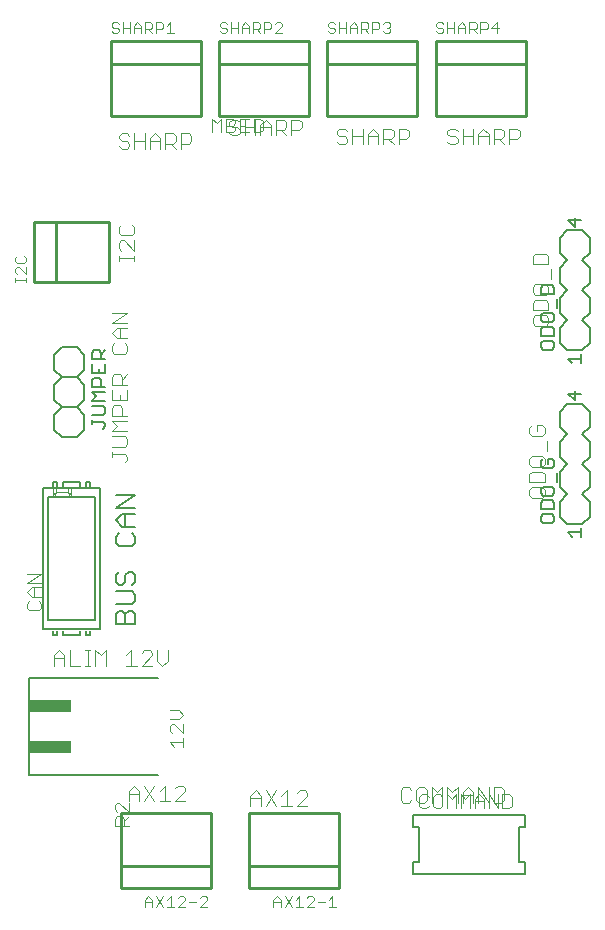
<source format=gto>
G75*
%MOIN*%
%OFA0B0*%
%FSLAX24Y24*%
%IPPOS*%
%LPD*%
%AMOC8*
5,1,8,0,0,1.08239X$1,22.5*
%
%ADD10C,0.0060*%
%ADD11C,0.0040*%
%ADD12C,0.0080*%
%ADD13C,0.0100*%
%ADD14C,0.0050*%
%ADD15R,0.1447X0.0413*%
D10*
X003612Y011041D02*
X003612Y011361D01*
X003719Y011468D01*
X003826Y011468D01*
X003933Y011361D01*
X003933Y011041D01*
X004253Y011041D02*
X004253Y011361D01*
X004146Y011468D01*
X004039Y011468D01*
X003933Y011361D01*
X004146Y011685D02*
X004253Y011792D01*
X004253Y012006D01*
X004146Y012112D01*
X003612Y012112D01*
X003719Y012330D02*
X003612Y012437D01*
X003612Y012650D01*
X003719Y012757D01*
X003933Y012650D02*
X003933Y012437D01*
X003826Y012330D01*
X003719Y012330D01*
X003933Y012650D02*
X004039Y012757D01*
X004146Y012757D01*
X004253Y012650D01*
X004253Y012437D01*
X004146Y012330D01*
X004146Y011685D02*
X003612Y011685D01*
X003612Y011041D02*
X004253Y011041D01*
X004146Y013619D02*
X003719Y013619D01*
X003612Y013726D01*
X003612Y013939D01*
X003719Y014046D01*
X003826Y014264D02*
X003612Y014477D01*
X003826Y014691D01*
X004253Y014691D01*
X004253Y014908D02*
X003612Y014908D01*
X004253Y015335D01*
X003612Y015335D01*
X003933Y014691D02*
X003933Y014264D01*
X003826Y014264D02*
X004253Y014264D01*
X004146Y014046D02*
X004253Y013939D01*
X004253Y013726D01*
X004146Y013619D01*
X002316Y017247D02*
X001816Y017247D01*
X001566Y017497D01*
X001566Y017997D01*
X001816Y018247D01*
X001566Y018497D01*
X001566Y018997D01*
X001816Y019247D01*
X001566Y019497D01*
X001566Y019997D01*
X001816Y020247D01*
X002316Y020247D01*
X002566Y019997D01*
X002566Y019497D01*
X002316Y019247D01*
X002566Y018997D01*
X002566Y018497D01*
X002316Y018247D01*
X002566Y017997D01*
X002566Y017497D01*
X002316Y017247D01*
X002316Y018247D02*
X001816Y018247D01*
X001816Y019247D02*
X002316Y019247D01*
X018409Y018107D02*
X018409Y017607D01*
X018659Y017357D01*
X018409Y017107D01*
X018409Y016607D01*
X018659Y016357D01*
X018409Y016107D01*
X018409Y015607D01*
X018659Y015357D01*
X018409Y015107D01*
X018409Y014607D01*
X018659Y014357D01*
X019159Y014357D01*
X019409Y014607D01*
X019409Y015107D01*
X019159Y015357D01*
X019409Y015607D01*
X019409Y016107D01*
X019159Y016357D01*
X019409Y016607D01*
X019409Y017107D01*
X019159Y017357D01*
X019409Y017607D01*
X019409Y018107D01*
X019159Y018357D01*
X018659Y018357D01*
X018409Y018107D01*
X018659Y020145D02*
X018409Y020395D01*
X018409Y020895D01*
X018659Y021145D01*
X018409Y021395D01*
X018409Y021895D01*
X018659Y022145D01*
X018409Y022395D01*
X018409Y022895D01*
X018659Y023145D01*
X018409Y023395D01*
X018409Y023895D01*
X018659Y024145D01*
X019159Y024145D01*
X019409Y023895D01*
X019409Y023395D01*
X019159Y023145D01*
X019409Y022895D01*
X019409Y022395D01*
X019159Y022145D01*
X019409Y021895D01*
X019409Y021395D01*
X019159Y021145D01*
X019409Y020895D01*
X019409Y020395D01*
X019159Y020145D01*
X018659Y020145D01*
D11*
X003578Y004537D02*
X003578Y004307D01*
X004039Y004307D01*
X003885Y004307D02*
X003885Y004537D01*
X003808Y004614D01*
X003655Y004614D01*
X003578Y004537D01*
X003655Y004767D02*
X003578Y004844D01*
X003578Y004997D01*
X003655Y005074D01*
X003732Y005074D01*
X004039Y004767D01*
X004039Y005074D01*
X004039Y005114D02*
X004039Y005460D01*
X004213Y005634D01*
X004386Y005460D01*
X004386Y005114D01*
X004555Y005114D02*
X004902Y005634D01*
X005070Y005460D02*
X005244Y005634D01*
X005244Y005114D01*
X005417Y005114D02*
X005070Y005114D01*
X004902Y005114D02*
X004555Y005634D01*
X004386Y005374D02*
X004039Y005374D01*
X004039Y004614D02*
X003885Y004460D01*
X004701Y001944D02*
X004821Y001824D01*
X004821Y001584D01*
X004950Y001584D02*
X005190Y001944D01*
X005318Y001824D02*
X005438Y001944D01*
X005438Y001584D01*
X005318Y001584D02*
X005558Y001584D01*
X005686Y001584D02*
X005926Y001824D01*
X005926Y001884D01*
X005866Y001944D01*
X005746Y001944D01*
X005686Y001884D01*
X005686Y001584D02*
X005926Y001584D01*
X006054Y001764D02*
X006295Y001764D01*
X006423Y001884D02*
X006483Y001944D01*
X006603Y001944D01*
X006663Y001884D01*
X006663Y001824D01*
X006423Y001584D01*
X006663Y001584D01*
X005190Y001584D02*
X004950Y001944D01*
X004821Y001764D02*
X004581Y001764D01*
X004581Y001824D02*
X004701Y001944D01*
X004581Y001824D02*
X004581Y001584D01*
X005586Y005114D02*
X005933Y005460D01*
X005933Y005547D01*
X005846Y005634D01*
X005673Y005634D01*
X005586Y005547D01*
X005586Y005114D02*
X005933Y005114D01*
X005869Y006929D02*
X005869Y007236D01*
X005869Y007083D02*
X005409Y007083D01*
X005562Y006929D01*
X005486Y007390D02*
X005409Y007466D01*
X005409Y007620D01*
X005486Y007697D01*
X005562Y007697D01*
X005869Y007390D01*
X005869Y007697D01*
X005716Y007850D02*
X005869Y008003D01*
X005716Y008157D01*
X005409Y008157D01*
X005409Y007850D02*
X005716Y007850D01*
X005166Y009633D02*
X005339Y009807D01*
X005339Y010154D01*
X004993Y010154D02*
X004993Y009807D01*
X005166Y009633D01*
X004824Y009633D02*
X004477Y009633D01*
X004824Y009980D01*
X004824Y010067D01*
X004737Y010154D01*
X004564Y010154D01*
X004477Y010067D01*
X004135Y010154D02*
X004135Y009633D01*
X004308Y009633D02*
X003961Y009633D01*
X003961Y009980D02*
X004135Y010154D01*
X003277Y010154D02*
X003277Y009633D01*
X003103Y009980D02*
X003277Y010154D01*
X003103Y009980D02*
X002930Y010154D01*
X002930Y009633D01*
X002760Y009633D02*
X002586Y009633D01*
X002673Y009633D02*
X002673Y010154D01*
X002586Y010154D02*
X002760Y010154D01*
X002418Y009633D02*
X002071Y009633D01*
X002071Y010154D01*
X001902Y009980D02*
X001902Y009633D01*
X001902Y009893D02*
X001555Y009893D01*
X001555Y009980D02*
X001728Y010154D01*
X001902Y009980D01*
X001555Y009980D02*
X001555Y009633D01*
X001037Y011478D02*
X000730Y011478D01*
X000653Y011554D01*
X000653Y011708D01*
X000730Y011785D01*
X000806Y011938D02*
X000653Y012092D01*
X000806Y012245D01*
X001113Y012245D01*
X001113Y012398D02*
X000653Y012398D01*
X001113Y012705D01*
X000653Y012705D01*
X000883Y012245D02*
X000883Y011938D01*
X000806Y011938D02*
X001113Y011938D01*
X001037Y011785D02*
X001113Y011708D01*
X001113Y011554D01*
X001037Y011478D01*
X001503Y015294D02*
X001503Y015412D01*
X001622Y015294D01*
X001582Y015373D02*
X001622Y015412D01*
X002015Y015412D01*
X002055Y015373D01*
X002015Y015412D02*
X002015Y015531D01*
X002133Y015531D02*
X002133Y015412D01*
X002015Y015294D01*
X002133Y015294D02*
X002133Y015412D01*
X001622Y015412D02*
X001622Y015531D01*
X001503Y015531D02*
X001503Y015412D01*
X003479Y016594D02*
X003479Y016768D01*
X003479Y016681D02*
X003912Y016681D01*
X003999Y016594D01*
X003999Y016507D01*
X003912Y016421D01*
X003912Y016936D02*
X003999Y017023D01*
X003999Y017196D01*
X003912Y017283D01*
X003479Y017283D01*
X003479Y017452D02*
X003652Y017625D01*
X003479Y017799D01*
X003999Y017799D01*
X003999Y017968D02*
X003479Y017968D01*
X003479Y018228D01*
X003565Y018314D01*
X003739Y018314D01*
X003826Y018228D01*
X003826Y017968D01*
X003739Y018483D02*
X003739Y018657D01*
X003999Y018483D02*
X003999Y018830D01*
X003999Y018999D02*
X003479Y018999D01*
X003479Y019259D01*
X003565Y019346D01*
X003739Y019346D01*
X003826Y019259D01*
X003826Y018999D01*
X003826Y019172D02*
X003999Y019346D01*
X003912Y020030D02*
X003565Y020030D01*
X003479Y020117D01*
X003479Y020290D01*
X003565Y020377D01*
X003652Y020546D02*
X003479Y020719D01*
X003652Y020893D01*
X003999Y020893D01*
X003999Y021061D02*
X003479Y021061D01*
X003999Y021408D01*
X003479Y021408D01*
X003739Y020893D02*
X003739Y020546D01*
X003652Y020546D02*
X003999Y020546D01*
X003912Y020377D02*
X003999Y020290D01*
X003999Y020117D01*
X003912Y020030D01*
X003479Y018830D02*
X003479Y018483D01*
X003999Y018483D01*
X003999Y017452D02*
X003479Y017452D01*
X003479Y016936D02*
X003912Y016936D01*
X000613Y022440D02*
X000613Y022560D01*
X000613Y022500D02*
X000253Y022500D01*
X000253Y022440D02*
X000253Y022560D01*
X000313Y022686D02*
X000253Y022746D01*
X000253Y022866D01*
X000313Y022926D01*
X000373Y022926D01*
X000613Y022686D01*
X000613Y022926D01*
X000553Y023054D02*
X000613Y023114D01*
X000613Y023234D01*
X000553Y023294D01*
X000553Y023054D02*
X000313Y023054D01*
X000253Y023114D01*
X000253Y023234D01*
X000313Y023294D01*
X003703Y023303D02*
X003703Y023129D01*
X003703Y023216D02*
X004224Y023216D01*
X004224Y023129D02*
X004224Y023303D01*
X004224Y023473D02*
X003877Y023820D01*
X003790Y023820D01*
X003703Y023733D01*
X003703Y023560D01*
X003790Y023473D01*
X004224Y023473D02*
X004224Y023820D01*
X004137Y023989D02*
X004224Y024075D01*
X004224Y024249D01*
X004137Y024336D01*
X004137Y023989D02*
X003790Y023989D01*
X003703Y024075D01*
X003703Y024249D01*
X003790Y024336D01*
X003804Y026865D02*
X003717Y026951D01*
X003804Y026865D02*
X003977Y026865D01*
X004064Y026951D01*
X004064Y027038D01*
X003977Y027125D01*
X003804Y027125D01*
X003717Y027212D01*
X003717Y027298D01*
X003804Y027385D01*
X003977Y027385D01*
X004064Y027298D01*
X004233Y027385D02*
X004233Y026865D01*
X004233Y027125D02*
X004579Y027125D01*
X004748Y027125D02*
X005095Y027125D01*
X005095Y027212D02*
X005095Y026865D01*
X005264Y026865D02*
X005264Y027385D01*
X005524Y027385D01*
X005611Y027298D01*
X005611Y027125D01*
X005524Y027038D01*
X005264Y027038D01*
X005437Y027038D02*
X005611Y026865D01*
X005779Y026865D02*
X005779Y027385D01*
X006040Y027385D01*
X006126Y027298D01*
X006126Y027125D01*
X006040Y027038D01*
X005779Y027038D01*
X005095Y027212D02*
X004922Y027385D01*
X004748Y027212D01*
X004748Y026865D01*
X004579Y026865D02*
X004579Y027385D01*
X006823Y027409D02*
X006823Y027869D01*
X006976Y027716D01*
X007130Y027869D01*
X007130Y027409D01*
X007283Y027409D02*
X007283Y027869D01*
X007513Y027869D01*
X007590Y027792D01*
X007590Y027716D01*
X007513Y027639D01*
X007283Y027639D01*
X007402Y027664D02*
X007489Y027578D01*
X007662Y027578D01*
X007749Y027491D01*
X007749Y027404D01*
X007662Y027317D01*
X007489Y027317D01*
X007402Y027404D01*
X007513Y027409D02*
X007283Y027409D01*
X007513Y027409D02*
X007590Y027486D01*
X007590Y027562D01*
X007513Y027639D01*
X007402Y027664D02*
X007402Y027751D01*
X007489Y027838D01*
X007662Y027838D01*
X007749Y027751D01*
X007743Y027639D02*
X007897Y027639D01*
X007918Y027578D02*
X008265Y027578D01*
X008433Y027578D02*
X008780Y027578D01*
X008780Y027664D02*
X008780Y027317D01*
X008949Y027317D02*
X008949Y027838D01*
X009209Y027838D01*
X009296Y027751D01*
X009296Y027578D01*
X009209Y027491D01*
X008949Y027491D01*
X009122Y027491D02*
X009296Y027317D01*
X009464Y027317D02*
X009464Y027838D01*
X009725Y027838D01*
X009811Y027751D01*
X009811Y027578D01*
X009725Y027491D01*
X009464Y027491D01*
X008780Y027664D02*
X008607Y027838D01*
X008433Y027664D01*
X008433Y027317D01*
X008434Y027409D02*
X008511Y027486D01*
X008511Y027792D01*
X008434Y027869D01*
X008204Y027869D01*
X008204Y027409D01*
X008434Y027409D01*
X008265Y027317D02*
X008265Y027838D01*
X008050Y027869D02*
X007743Y027869D01*
X007743Y027409D01*
X008050Y027409D01*
X007918Y027317D02*
X007918Y027838D01*
X007815Y030728D02*
X007815Y030968D01*
X007935Y031088D01*
X008055Y030968D01*
X008055Y030728D01*
X008183Y030728D02*
X008183Y031088D01*
X008364Y031088D01*
X008424Y031028D01*
X008424Y030908D01*
X008364Y030848D01*
X008183Y030848D01*
X008304Y030848D02*
X008424Y030728D01*
X008552Y030728D02*
X008552Y031088D01*
X008732Y031088D01*
X008792Y031028D01*
X008792Y030908D01*
X008732Y030848D01*
X008552Y030848D01*
X008920Y030728D02*
X009160Y030968D01*
X009160Y031028D01*
X009100Y031088D01*
X008980Y031088D01*
X008920Y031028D01*
X008920Y030728D02*
X009160Y030728D01*
X008055Y030908D02*
X007815Y030908D01*
X007687Y030908D02*
X007447Y030908D01*
X007319Y030848D02*
X007319Y030788D01*
X007259Y030728D01*
X007139Y030728D01*
X007079Y030788D01*
X007139Y030908D02*
X007259Y030908D01*
X007319Y030848D01*
X007447Y030728D02*
X007447Y031088D01*
X007319Y031028D02*
X007259Y031088D01*
X007139Y031088D01*
X007079Y031028D01*
X007079Y030968D01*
X007139Y030908D01*
X007687Y031088D02*
X007687Y030728D01*
X005554Y030728D02*
X005314Y030728D01*
X005434Y030728D02*
X005434Y031088D01*
X005314Y030968D01*
X005186Y031028D02*
X005186Y030908D01*
X005126Y030848D01*
X004945Y030848D01*
X004945Y030728D02*
X004945Y031088D01*
X005126Y031088D01*
X005186Y031028D01*
X004817Y031028D02*
X004817Y030908D01*
X004757Y030848D01*
X004577Y030848D01*
X004697Y030848D02*
X004817Y030728D01*
X004577Y030728D02*
X004577Y031088D01*
X004757Y031088D01*
X004817Y031028D01*
X004449Y030968D02*
X004329Y031088D01*
X004209Y030968D01*
X004209Y030728D01*
X004081Y030728D02*
X004081Y031088D01*
X004081Y030908D02*
X003841Y030908D01*
X003712Y030848D02*
X003712Y030788D01*
X003652Y030728D01*
X003532Y030728D01*
X003472Y030788D01*
X003532Y030908D02*
X003472Y030968D01*
X003472Y031028D01*
X003532Y031088D01*
X003652Y031088D01*
X003712Y031028D01*
X003652Y030908D02*
X003712Y030848D01*
X003652Y030908D02*
X003532Y030908D01*
X003841Y030728D02*
X003841Y031088D01*
X004209Y030908D02*
X004449Y030908D01*
X004449Y030968D02*
X004449Y030728D01*
X010685Y030788D02*
X010745Y030728D01*
X010865Y030728D01*
X010925Y030788D01*
X010925Y030848D01*
X010865Y030908D01*
X010745Y030908D01*
X010685Y030968D01*
X010685Y031028D01*
X010745Y031088D01*
X010865Y031088D01*
X010925Y031028D01*
X011053Y031088D02*
X011053Y030728D01*
X011053Y030908D02*
X011293Y030908D01*
X011421Y030908D02*
X011662Y030908D01*
X011662Y030968D02*
X011662Y030728D01*
X011790Y030728D02*
X011790Y031088D01*
X011970Y031088D01*
X012030Y031028D01*
X012030Y030908D01*
X011970Y030848D01*
X011790Y030848D01*
X011910Y030848D02*
X012030Y030728D01*
X012158Y030728D02*
X012158Y031088D01*
X012338Y031088D01*
X012398Y031028D01*
X012398Y030908D01*
X012338Y030848D01*
X012158Y030848D01*
X012526Y030788D02*
X012586Y030728D01*
X012707Y030728D01*
X012767Y030788D01*
X012767Y030848D01*
X012707Y030908D01*
X012647Y030908D01*
X012707Y030908D02*
X012767Y030968D01*
X012767Y031028D01*
X012707Y031088D01*
X012586Y031088D01*
X012526Y031028D01*
X011662Y030968D02*
X011542Y031088D01*
X011421Y030968D01*
X011421Y030728D01*
X011293Y030728D02*
X011293Y031088D01*
X011237Y027539D02*
X011063Y027539D01*
X010977Y027452D01*
X010977Y027365D01*
X011063Y027278D01*
X011237Y027278D01*
X011324Y027192D01*
X011324Y027105D01*
X011237Y027018D01*
X011063Y027018D01*
X010977Y027105D01*
X011324Y027452D02*
X011237Y027539D01*
X011492Y027539D02*
X011492Y027018D01*
X011492Y027278D02*
X011839Y027278D01*
X012008Y027278D02*
X012355Y027278D01*
X012355Y027365D02*
X012355Y027018D01*
X012524Y027018D02*
X012524Y027539D01*
X012784Y027539D01*
X012871Y027452D01*
X012871Y027278D01*
X012784Y027192D01*
X012524Y027192D01*
X012697Y027192D02*
X012871Y027018D01*
X013039Y027018D02*
X013039Y027539D01*
X013299Y027539D01*
X013386Y027452D01*
X013386Y027278D01*
X013299Y027192D01*
X013039Y027192D01*
X012355Y027365D02*
X012181Y027539D01*
X012008Y027365D01*
X012008Y027018D01*
X011839Y027018D02*
X011839Y027539D01*
X014351Y030728D02*
X014291Y030788D01*
X014351Y030728D02*
X014471Y030728D01*
X014531Y030788D01*
X014531Y030848D01*
X014471Y030908D01*
X014351Y030908D01*
X014291Y030968D01*
X014291Y031028D01*
X014351Y031088D01*
X014471Y031088D01*
X014531Y031028D01*
X014659Y031088D02*
X014659Y030728D01*
X014659Y030908D02*
X014900Y030908D01*
X015028Y030908D02*
X015268Y030908D01*
X015268Y030968D02*
X015268Y030728D01*
X015396Y030728D02*
X015396Y031088D01*
X015576Y031088D01*
X015636Y031028D01*
X015636Y030908D01*
X015576Y030848D01*
X015396Y030848D01*
X015516Y030848D02*
X015636Y030728D01*
X015764Y030728D02*
X015764Y031088D01*
X015945Y031088D01*
X016005Y031028D01*
X016005Y030908D01*
X015945Y030848D01*
X015764Y030848D01*
X016133Y030908D02*
X016373Y030908D01*
X016313Y030728D02*
X016313Y031088D01*
X016133Y030908D01*
X015268Y030968D02*
X015148Y031088D01*
X015028Y030968D01*
X015028Y030728D01*
X014900Y030728D02*
X014900Y031088D01*
X014922Y027539D02*
X014748Y027539D01*
X014662Y027452D01*
X014662Y027365D01*
X014748Y027278D01*
X014922Y027278D01*
X015009Y027192D01*
X015009Y027105D01*
X014922Y027018D01*
X014748Y027018D01*
X014662Y027105D01*
X015009Y027452D02*
X014922Y027539D01*
X015177Y027539D02*
X015177Y027018D01*
X015177Y027278D02*
X015524Y027278D01*
X015693Y027278D02*
X016040Y027278D01*
X016040Y027365D02*
X016040Y027018D01*
X016209Y027018D02*
X016209Y027539D01*
X016469Y027539D01*
X016556Y027452D01*
X016556Y027278D01*
X016469Y027192D01*
X016209Y027192D01*
X016382Y027192D02*
X016556Y027018D01*
X016724Y027018D02*
X016724Y027539D01*
X016985Y027539D01*
X017071Y027452D01*
X017071Y027278D01*
X016985Y027192D01*
X016724Y027192D01*
X016040Y027365D02*
X015867Y027539D01*
X015693Y027365D01*
X015693Y027018D01*
X015524Y027018D02*
X015524Y027539D01*
X017590Y023374D02*
X017503Y023287D01*
X017503Y023027D01*
X018024Y023027D01*
X018024Y023287D01*
X017937Y023374D01*
X017590Y023374D01*
X018110Y022858D02*
X018110Y022511D01*
X017937Y022343D02*
X018024Y022256D01*
X018024Y022082D01*
X017937Y021996D01*
X017590Y021996D01*
X017503Y022082D01*
X017503Y022256D01*
X017590Y022343D01*
X017937Y022343D01*
X017937Y021827D02*
X017590Y021827D01*
X017503Y021740D01*
X017503Y021480D01*
X018024Y021480D01*
X018024Y021740D01*
X017937Y021827D01*
X017937Y021311D02*
X017590Y021311D01*
X017503Y021225D01*
X017503Y021051D01*
X017590Y020964D01*
X017937Y020964D01*
X018024Y021051D01*
X018024Y021225D01*
X017937Y021311D01*
X017827Y017646D02*
X017653Y017646D01*
X017653Y017472D01*
X017480Y017299D02*
X017827Y017299D01*
X017913Y017385D01*
X017913Y017559D01*
X017827Y017646D01*
X017480Y017646D02*
X017393Y017559D01*
X017393Y017385D01*
X017480Y017299D01*
X018000Y017130D02*
X018000Y016783D01*
X017827Y016614D02*
X017480Y016614D01*
X017393Y016528D01*
X017393Y016354D01*
X017480Y016267D01*
X017827Y016267D01*
X017913Y016354D01*
X017913Y016528D01*
X017827Y016614D01*
X017827Y016099D02*
X017480Y016099D01*
X017393Y016012D01*
X017393Y015752D01*
X017913Y015752D01*
X017913Y016012D01*
X017827Y016099D01*
X017827Y015583D02*
X017480Y015583D01*
X017393Y015496D01*
X017393Y015323D01*
X017480Y015236D01*
X017827Y015236D01*
X017913Y015323D01*
X017913Y015496D01*
X017827Y015583D01*
X016468Y005587D02*
X016208Y005587D01*
X016208Y005066D01*
X016468Y005066D01*
X016555Y005153D01*
X016555Y005500D01*
X016468Y005587D01*
X016496Y005346D02*
X016727Y005346D01*
X016803Y005269D01*
X016803Y004962D01*
X016727Y004885D01*
X016496Y004885D01*
X016496Y005346D01*
X016343Y005346D02*
X016343Y004885D01*
X016036Y005346D01*
X016036Y004885D01*
X015883Y004885D02*
X015883Y005192D01*
X015729Y005346D01*
X015576Y005192D01*
X015576Y004885D01*
X015422Y004885D02*
X015422Y005346D01*
X015269Y005192D01*
X015115Y005346D01*
X015115Y004885D01*
X014962Y004885D02*
X014962Y005346D01*
X014808Y005192D01*
X014655Y005346D01*
X014655Y004885D01*
X014501Y004962D02*
X014501Y005269D01*
X014425Y005346D01*
X014271Y005346D01*
X014194Y005269D01*
X014194Y004962D01*
X014271Y004885D01*
X014425Y004885D01*
X014501Y004962D01*
X014492Y005066D02*
X014492Y005587D01*
X014319Y005413D01*
X014145Y005587D01*
X014145Y005066D01*
X014041Y004962D02*
X013964Y004885D01*
X013811Y004885D01*
X013734Y004962D01*
X013734Y005269D01*
X013811Y005346D01*
X013964Y005346D01*
X014041Y005269D01*
X013977Y005153D02*
X013977Y005500D01*
X013890Y005587D01*
X013716Y005587D01*
X013630Y005500D01*
X013630Y005153D01*
X013716Y005066D01*
X013890Y005066D01*
X013977Y005153D01*
X013461Y005153D02*
X013374Y005066D01*
X013201Y005066D01*
X013114Y005153D01*
X013114Y005500D01*
X013201Y005587D01*
X013374Y005587D01*
X013461Y005500D01*
X014661Y005587D02*
X014661Y005066D01*
X014834Y005413D02*
X014661Y005587D01*
X014834Y005413D02*
X015008Y005587D01*
X015008Y005066D01*
X015177Y005066D02*
X015177Y005413D01*
X015350Y005587D01*
X015523Y005413D01*
X015523Y005066D01*
X015576Y005115D02*
X015883Y005115D01*
X016039Y005066D02*
X015692Y005587D01*
X015692Y005066D01*
X015523Y005326D02*
X015177Y005326D01*
X016039Y005066D02*
X016039Y005587D01*
X010950Y001584D02*
X010710Y001584D01*
X010830Y001584D02*
X010830Y001944D01*
X010710Y001824D01*
X010582Y001764D02*
X010342Y001764D01*
X010214Y001824D02*
X010214Y001884D01*
X010154Y001944D01*
X010034Y001944D01*
X009974Y001884D01*
X010214Y001824D02*
X009974Y001584D01*
X010214Y001584D01*
X009845Y001584D02*
X009605Y001584D01*
X009725Y001584D02*
X009725Y001944D01*
X009605Y001824D01*
X009477Y001944D02*
X009237Y001584D01*
X009109Y001584D02*
X009109Y001824D01*
X008989Y001944D01*
X008869Y001824D01*
X008869Y001584D01*
X008869Y001764D02*
X009109Y001764D01*
X009237Y001944D02*
X009477Y001584D01*
X009480Y004960D02*
X009133Y004960D01*
X008965Y004960D02*
X008618Y005480D01*
X008449Y005307D02*
X008449Y004960D01*
X008618Y004960D02*
X008965Y005480D01*
X009133Y005307D02*
X009307Y005480D01*
X009307Y004960D01*
X009649Y004960D02*
X009996Y005307D01*
X009996Y005394D01*
X009909Y005480D01*
X009736Y005480D01*
X009649Y005394D01*
X009649Y004960D02*
X009996Y004960D01*
X008449Y005220D02*
X008102Y005220D01*
X008102Y005307D02*
X008276Y005480D01*
X008449Y005307D01*
X008102Y005307D02*
X008102Y004960D01*
D12*
X005015Y005987D02*
X000724Y005987D01*
X000724Y009216D01*
X005015Y009216D01*
X003078Y010845D02*
X003078Y015570D01*
X001188Y015570D01*
X001188Y010845D01*
X003078Y010845D01*
X002921Y011160D02*
X002921Y015255D01*
X001346Y015255D01*
X001346Y011160D01*
X002921Y011160D01*
X002763Y010806D02*
X002763Y010649D01*
X002606Y010649D01*
X002606Y010806D01*
X002409Y010806D02*
X002409Y010649D01*
X001858Y010649D01*
X001858Y010806D01*
X001661Y010806D02*
X001661Y010649D01*
X001503Y010649D01*
X001503Y010806D01*
X001503Y015609D02*
X001503Y015767D01*
X001661Y015767D01*
X001661Y015609D01*
X001858Y015609D02*
X001858Y015767D01*
X002409Y015767D01*
X002409Y015609D01*
X002606Y015609D02*
X002606Y015767D01*
X002763Y015767D01*
X002763Y015609D01*
D13*
X003383Y022420D02*
X001633Y022420D01*
X001633Y024420D01*
X003383Y024420D01*
X003383Y022420D01*
X001633Y022420D02*
X000883Y022420D01*
X000883Y024420D01*
X001633Y024420D01*
X003452Y027958D02*
X003452Y029708D01*
X006452Y029708D01*
X006452Y027958D01*
X003452Y027958D01*
X003452Y029708D02*
X003452Y030458D01*
X006452Y030458D01*
X006452Y029708D01*
X007059Y029708D02*
X007059Y030458D01*
X010059Y030458D01*
X010059Y029708D01*
X007059Y029708D01*
X007059Y027958D01*
X010059Y027958D01*
X010059Y029708D01*
X010665Y029708D02*
X010665Y030458D01*
X013665Y030458D01*
X013665Y029708D01*
X010665Y029708D01*
X010665Y027958D01*
X013665Y027958D01*
X013665Y029708D01*
X014271Y029708D02*
X014271Y030458D01*
X017271Y030458D01*
X017271Y029708D01*
X014271Y029708D01*
X014271Y027958D01*
X017271Y027958D01*
X017271Y029708D01*
X011059Y004714D02*
X008059Y004714D01*
X008059Y002964D01*
X011059Y002964D01*
X011059Y002214D01*
X008059Y002214D01*
X008059Y002964D01*
X006771Y002964D02*
X006771Y004714D01*
X003771Y004714D01*
X003771Y002964D01*
X006771Y002964D01*
X006771Y002214D01*
X003771Y002214D01*
X003771Y002964D01*
X011059Y002964D02*
X011059Y004714D01*
D14*
X013517Y004668D02*
X013517Y004275D01*
X013714Y004275D01*
X013714Y003094D01*
X013517Y003094D01*
X013517Y002700D01*
X017242Y002700D01*
X017242Y003094D01*
X017045Y003094D01*
X017045Y004275D01*
X017242Y004275D01*
X017242Y004668D01*
X013517Y004668D01*
X018834Y013932D02*
X018684Y014082D01*
X019134Y014082D01*
X019134Y013932D02*
X019134Y014233D01*
X018234Y014457D02*
X018234Y014607D01*
X018159Y014683D01*
X017859Y014683D01*
X017784Y014607D01*
X017784Y014457D01*
X017859Y014382D01*
X018159Y014382D01*
X018234Y014457D01*
X018234Y014843D02*
X018234Y015068D01*
X018159Y015143D01*
X017859Y015143D01*
X017784Y015068D01*
X017784Y014843D01*
X018234Y014843D01*
X018159Y015303D02*
X018234Y015378D01*
X018234Y015528D01*
X018159Y015603D01*
X017859Y015603D01*
X017784Y015528D01*
X017784Y015378D01*
X017859Y015303D01*
X018159Y015303D01*
X018309Y015763D02*
X018309Y016064D01*
X018159Y016224D02*
X018234Y016299D01*
X018234Y016449D01*
X018159Y016524D01*
X018009Y016524D01*
X018009Y016374D01*
X017859Y016224D02*
X018159Y016224D01*
X017859Y016224D02*
X017784Y016299D01*
X017784Y016449D01*
X017859Y016524D01*
X018909Y018482D02*
X018909Y018783D01*
X019134Y018707D02*
X018684Y018707D01*
X018909Y018482D01*
X018834Y019720D02*
X018684Y019870D01*
X019134Y019870D01*
X019134Y019720D02*
X019134Y020020D01*
X018234Y020245D02*
X018234Y020395D01*
X018159Y020470D01*
X017859Y020470D01*
X017784Y020395D01*
X017784Y020245D01*
X017859Y020170D01*
X018159Y020170D01*
X018234Y020245D01*
X018234Y020630D02*
X018234Y020855D01*
X018159Y020930D01*
X017859Y020930D01*
X017784Y020855D01*
X017784Y020630D01*
X018234Y020630D01*
X018159Y021090D02*
X017859Y021090D01*
X017784Y021166D01*
X017784Y021316D01*
X017859Y021391D01*
X018159Y021391D01*
X018234Y021316D01*
X018234Y021166D01*
X018159Y021090D01*
X018309Y021551D02*
X018309Y021851D01*
X018234Y022011D02*
X018234Y022236D01*
X018159Y022312D01*
X017859Y022312D01*
X017784Y022236D01*
X017784Y022011D01*
X018234Y022011D01*
X018909Y024270D02*
X018909Y024570D01*
X019134Y024495D02*
X018684Y024495D01*
X018909Y024270D01*
X003261Y020142D02*
X003111Y019992D01*
X003111Y020067D02*
X003111Y019842D01*
X003261Y019842D02*
X002811Y019842D01*
X002811Y020067D01*
X002886Y020142D01*
X003036Y020142D01*
X003111Y020067D01*
X003261Y019682D02*
X003261Y019381D01*
X002811Y019381D01*
X002811Y019682D01*
X003036Y019531D02*
X003036Y019381D01*
X003036Y019221D02*
X003111Y019146D01*
X003111Y018921D01*
X003261Y018921D02*
X002811Y018921D01*
X002811Y019146D01*
X002886Y019221D01*
X003036Y019221D01*
X002811Y018761D02*
X003261Y018761D01*
X003261Y018460D02*
X002811Y018460D01*
X002961Y018611D01*
X002811Y018761D01*
X002811Y018300D02*
X003186Y018300D01*
X003261Y018225D01*
X003261Y018075D01*
X003186Y018000D01*
X002811Y018000D01*
X002811Y017840D02*
X002811Y017690D01*
X002811Y017765D02*
X003186Y017765D01*
X003261Y017690D01*
X003261Y017615D01*
X003186Y017540D01*
D15*
X001428Y008290D03*
X001428Y006912D03*
M02*

</source>
